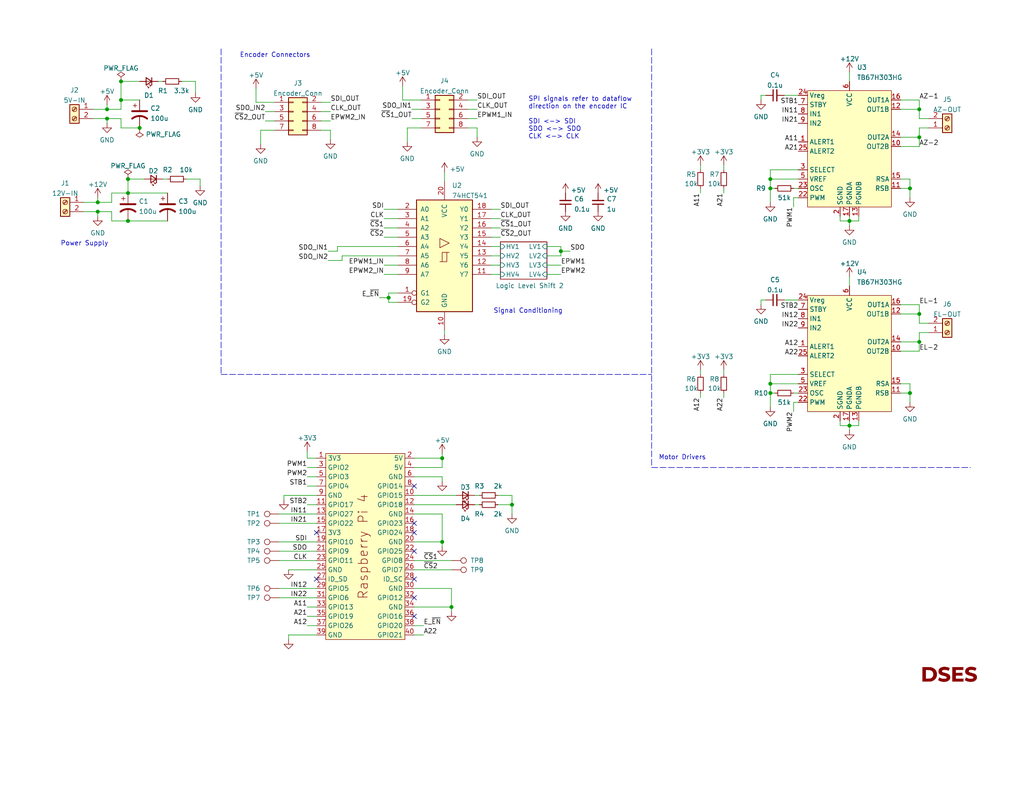
<source format=kicad_sch>
(kicad_sch (version 20211123) (generator eeschema)
  (paper "USLetter")
  (title_block (title "Interferometer Dish Controller") (date "2022-01-16") (rev "1") (company "Deep Space Exploration Society") (comment 1 "Designed by Hans Gaensbauer"))
  (lib_symbols
    (symbol "74xx:74HCT541" (pin_names (offset 1.016))
      (property "Reference" "U" (at -7.62 16.51 0))
      (property "Value" "74HCT541" (at -7.62 -16.51 0))
      (symbol "74HCT541_1_0"
        (pin input inverted (at -12.7 -10.16 0) (length 5.08) (name "G1") (number "1"))
        (pin power_in line (at 0 -20.32 90) (length 5.08) (name "GND") (number "10"))
        (pin tri_state line (at 12.7 -5.08 180) (length 5.08) (name "Y7") (number "11"))
        (pin tri_state line (at 12.7 -2.54 180) (length 5.08) (name "Y6") (number "12"))
        (pin tri_state line (at 12.7 0 180) (length 5.08) (name "Y5") (number "13"))
        (pin tri_state line (at 12.7 2.54 180) (length 5.08) (name "Y4") (number "14"))
        (pin tri_state line (at 12.7 5.08 180) (length 5.08) (name "Y3") (number "15"))
        (pin tri_state line (at 12.7 7.62 180) (length 5.08) (name "Y2") (number "16"))
        (pin tri_state line (at 12.7 10.16 180) (length 5.08) (name "Y1") (number "17"))
        (pin tri_state line (at 12.7 12.7 180) (length 5.08) (name "Y0") (number "18"))
        (pin input inverted (at -12.7 -12.7 0) (length 5.08) (name "G2") (number "19"))
        (pin input line (at -12.7 12.7 0) (length 5.08) (name "A0") (number "2"))
        (pin power_in line (at 0 20.32 270) (length 5.08) (name "VCC") (number "20"))
        (pin input line (at -12.7 10.16 0) (length 5.08) (name "A1") (number "3"))
        (pin input line (at -12.7 7.62 0) (length 5.08) (name "A2") (number "4"))
        (pin input line (at -12.7 5.08 0) (length 5.08) (name "A3") (number "5"))
        (pin input line (at -12.7 2.54 0) (length 5.08) (name "A4") (number "6"))
        (pin input line (at -12.7 0 0) (length 5.08) (name "A5") (number "7"))
        (pin input line (at -12.7 -2.54 0) (length 5.08) (name "A6") (number "8"))
        (pin input line (at -12.7 -5.08 0) (length 5.08) (name "A7") (number "9"))
      )
    )
    (symbol "Connector:Screw_Terminal_01x02" (pin_names (offset 1.016) hide)
      (property "Reference" "J" (at 0 2.54 0))
      (property "Value" "Screw_Terminal_01x02" (at 0 -5.08 0))
      (symbol "Screw_Terminal_01x02_1_1"
        (pin passive line (at -5.08 0 0) (length 3.81) (name "Pin_1") (number "1"))
        (pin passive line (at -5.08 -2.54 0) (length 3.81) (name "Pin_2") (number "2"))
      )
    )
    (symbol "Connector:TestPoint" (pin_numbers hide) (pin_names (offset 0.762) hide)
      (property "Reference" "TP" (at 0 6.858 0))
      (property "Value" "TestPoint" (at 0 5.08 0))
      (symbol "TestPoint_1_1"
        (pin passive line (at 0 0 90) (length 2.54) (name "1") (number "1"))
      )
    )
    (symbol "Connector_Generic:Conn_02x04_Odd_Even" (pin_names (offset 1.016) hide)
      (property "Reference" "J" (at 1.27 5.08 0))
      (property "Value" "Conn_02x04_Odd_Even" (at 1.27 -7.62 0))
      (symbol "Conn_02x04_Odd_Even_1_1"
        (pin passive line (at -5.08 2.54 0) (length 3.81) (name "Pin_1") (number "1"))
        (pin passive line (at 7.62 2.54 180) (length 3.81) (name "Pin_2") (number "2"))
        (pin passive line (at -5.08 0 0) (length 3.81) (name "Pin_3") (number "3"))
        (pin passive line (at 7.62 0 180) (length 3.81) (name "Pin_4") (number "4"))
        (pin passive line (at -5.08 -2.54 0) (length 3.81) (name "Pin_5") (number "5"))
        (pin passive line (at 7.62 -2.54 180) (length 3.81) (name "Pin_6") (number "6"))
        (pin passive line (at -5.08 -5.08 0) (length 3.81) (name "Pin_7") (number "7"))
        (pin passive line (at 7.62 -5.08 180) (length 3.81) (name "Pin_8") (number "8"))
      )
    )
    (symbol "Device:C_Polarized_US" (pin_numbers hide) (pin_names (offset 0.254) hide)
      (property "Reference" "C" (at 0.635 2.54 0))
      (property "Value" "C_Polarized_US" (at 0.635 -2.54 0))
      (symbol "C_Polarized_US_1_1"
        (pin passive line (at 0 3.81 270) (length 2.794) (name "~") (number "1"))
        (pin passive line (at 0 -3.81 90) (length 3.302) (name "~") (number "2"))
      )
    )
    (symbol "Device:C_Small" (pin_numbers hide) (pin_names (offset 0.254) hide)
      (property "Reference" "C" (at 0.254 1.778 0))
      (property "Value" "C_Small" (at 0.254 -2.032 0))
      (symbol "C_Small_1_1"
        (pin passive line (at 0 2.54 270) (length 2.032) (name "~") (number "1"))
        (pin passive line (at 0 -2.54 90) (length 2.032) (name "~") (number "2"))
      )
    )
    (symbol "Device:LED_Small" (pin_numbers hide) (pin_names (offset 0.254) hide)
      (property "Reference" "D" (at -1.27 3.175 0))
      (property "Value" "LED_Small" (at -4.445 -2.54 0))
      (symbol "LED_Small_1_1"
        (pin passive line (at -2.54 0 0) (length 1.778) (name "K") (number "1"))
        (pin passive line (at 2.54 0 180) (length 1.778) (name "A") (number "2"))
      )
    )
    (symbol "Device:R_Small" (pin_numbers hide) (pin_names (offset 0.254) hide)
      (property "Reference" "R" (at 0.762 0.508 0))
      (property "Value" "R_Small" (at 0.762 -1.016 0))
      (symbol "R_Small_1_1"
        (pin passive line (at 0 2.54 270) (length 0.762) (name "~") (number "1"))
        (pin passive line (at 0 -2.54 90) (length 0.762) (name "~") (number "2"))
      )
    )
    (symbol "interferometer:DSES-Logo" (pin_names (offset 1.016)))
    (symbol "interferometer:TB67H303HG"
      (property "Reference" "U" (at 11.43 -16.51 0))
      (property "Value" "TB67H303HG" (at 11.43 -16.51 0))
      (symbol "TB67H303HG_1_1"
        (pin open_collector line (at -13.97 2.54 0) (length 2.54) (name "ALERT1") (number "1"))
        (pin passive line (at 13.97 1.27 180) (length 2.54) (name "OUT2B") (number "10"))
        (pin input line (at 13.97 -10.16 180) (length 2.54) (name "RSB") (number "11"))
        (pin passive line (at 13.97 11.43 180) (length 2.54) (name "OUT1B") (number "12"))
        (pin power_in line (at 2.54 -17.78 90) (length 2.54) (name "PGNDB") (number "13"))
        (pin output line (at 13.97 3.81 180) (length 2.54) (name "OUT2A") (number "14"))
        (pin input line (at 13.97 -7.62 180) (length 2.54) (name "RSA") (number "15"))
        (pin output line (at 13.97 13.97 180) (length 2.54) (name "OUT1A") (number "16"))
        (pin power_in line (at 0 -17.78 90) (length 2.54) (name "PGNDA") (number "17"))
        (pin passive line (at -2.54 -17.78 180) (length 0) hide (name "TEST2") (number "18"))
        (pin passive line (at -2.54 -17.78 180) (length 0) hide (name "TEST3") (number "19"))
        (pin power_in line (at -2.54 -17.78 90) (length 2.54) (name "SGND") (number "2"))
        (pin power_in line (at 0 19.05 0) (length 0) hide (name "VCC") (number "20"))
        (pin passive line (at -2.54 -17.78 180) (length 0) hide (name "TEST4") (number "21"))
        (pin input line (at -13.97 -12.7 0) (length 2.54) (name "PWM") (number "22"))
        (pin input line (at -13.97 -10.16 0) (length 2.54) (name "OSC") (number "23"))
        (pin power_out line (at -13.97 15.24 0) (length 2.54) (name "Vreg") (number "24"))
        (pin open_collector line (at -13.97 0 0) (length 2.54) (name "ALERT2") (number "25"))
        (pin input line (at -13.97 -5.08 0) (length 2.54) (name "SELECT") (number "3"))
        (pin passive line (at -2.54 -17.78 180) (length 0) hide (name "TEST1") (number "4"))
        (pin input line (at -13.97 -7.62 0) (length 2.54) (name "VREF") (number "5"))
        (pin power_in line (at 0 19.05 270) (length 2.54) (name "VCC") (number "6"))
        (pin input line (at -13.97 12.7 0) (length 2.54) (name "STBY") (number "7"))
        (pin input line (at -13.97 10.16 0) (length 2.54) (name "IN1") (number "8"))
        (pin input line (at -13.97 7.62 0) (length 2.54) (name "IN2") (number "9"))
      )
    )
    (symbol "interferometer:raspberry_pi_4"
      (property "Reference" "U" (at 0 0 0))
      (symbol "raspberry_pi_4_0_0"
        (text "Raspberry Pi 4" (at 2.54 -25.4 900) (effects (font (size 2.54 2.54))))
      )
      (symbol "raspberry_pi_4_1_1"
        (pin power_out line (at -10.16 -1.27 0) (length 2.54) (name "3V3") (number "1"))
        (pin bidirectional line (at 16.51 -11.43 180) (length 2.54) (name "GPIO15") (number "10"))
        (pin bidirectional line (at -10.16 -13.97 0) (length 2.54) (name "GPIO17") (number "11"))
        (pin bidirectional line (at 16.51 -13.97 180) (length 2.54) (name "GPIO18") (number "12"))
        (pin bidirectional line (at -10.16 -16.51 0) (length 2.54) (name "GPIO27") (number "13"))
        (pin power_in line (at 16.51 -16.51 180) (length 2.54) (name "GND") (number "14"))
        (pin bidirectional line (at -10.16 -19.05 0) (length 2.54) (name "GPIO22") (number "15"))
        (pin bidirectional line (at 16.51 -19.05 180) (length 2.54) (name "GPIO23") (number "16"))
        (pin power_out line (at -10.16 -21.59 0) (length 2.54) (name "3V3") (number "17"))
        (pin bidirectional line (at 16.51 -21.59 180) (length 2.54) (name "GPIO24") (number "18"))
        (pin bidirectional line (at -10.16 -24.13 0) (length 2.54) (name "GPIO10") (number "19"))
        (pin power_in line (at 16.51 -1.27 180) (length 2.54) (name "5V") (number "2"))
        (pin power_in line (at 16.51 -24.13 180) (length 2.54) (name "GND") (number "20"))
        (pin bidirectional line (at -10.16 -26.67 0) (length 2.54) (name "GPIO9") (number "21"))
        (pin bidirectional line (at 16.51 -26.67 180) (length 2.54) (name "GPIO25") (number "22"))
        (pin bidirectional line (at -10.16 -29.21 0) (length 2.54) (name "GPIO11") (number "23"))
        (pin bidirectional line (at 16.51 -29.21 180) (length 2.54) (name "GPIO8") (number "24"))
        (pin power_in line (at -10.16 -31.75 0) (length 2.54) (name "GND") (number "25"))
        (pin bidirectional line (at 16.51 -31.75 180) (length 2.54) (name "GPIO7") (number "26"))
        (pin bidirectional line (at -10.16 -34.29 0) (length 2.54) (name "ID_SD") (number "27"))
        (pin bidirectional line (at 16.51 -34.29 180) (length 2.54) (name "ID_SC") (number "28"))
        (pin bidirectional line (at -10.16 -36.83 0) (length 2.54) (name "GPIO5") (number "29"))
        (pin bidirectional line (at -10.16 -3.81 0) (length 2.54) (name "GPIO2") (number "3"))
        (pin power_in line (at 16.51 -36.83 180) (length 2.54) (name "GND") (number "30"))
        (pin bidirectional line (at -10.16 -39.37 0) (length 2.54) (name "GPIO6") (number "31"))
        (pin bidirectional line (at 16.51 -39.37 180) (length 2.54) (name "GPIO12") (number "32"))
        (pin bidirectional line (at -10.16 -41.91 0) (length 2.54) (name "GPIO13") (number "33"))
        (pin power_in line (at 16.51 -41.91 180) (length 2.54) (name "GND") (number "34"))
        (pin bidirectional line (at -10.16 -44.45 0) (length 2.54) (name "GPIO19") (number "35"))
        (pin bidirectional line (at 16.51 -44.45 180) (length 2.54) (name "GPIO16") (number "36"))
        (pin bidirectional line (at -10.16 -46.99 0) (length 2.54) (name "GPIO26") (number "37"))
        (pin bidirectional line (at 16.51 -46.99 180) (length 2.54) (name "GPIO20") (number "38"))
        (pin power_in line (at -10.16 -49.53 0) (length 2.54) (name "GND") (number "39"))
        (pin power_in line (at 16.51 -3.81 180) (length 2.54) (name "5V") (number "4"))
        (pin bidirectional line (at 16.51 -49.53 180) (length 2.54) (name "GPIO21") (number "40"))
        (pin bidirectional line (at -10.16 -6.35 0) (length 2.54) (name "GPIO3") (number "5"))
        (pin power_in line (at 16.51 -6.35 180) (length 2.54) (name "GND") (number "6"))
        (pin bidirectional line (at -10.16 -8.89 0) (length 2.54) (name "GPIO4") (number "7"))
        (pin bidirectional line (at 16.51 -8.89 180) (length 2.54) (name "GPIO14") (number "8"))
        (pin power_in line (at -10.16 -11.43 0) (length 2.54) (name "GND") (number "9"))
      )
    )
    (symbol "power:+12V" (power) (pin_names (offset 0))
      (property "Value" "+12V" (at 0 3.556 0))
      (symbol "+12V_1_1"
        (pin power_in line (at 0 0 90) (length 0) hide (name "+12V") (number "1"))
      )
    )
    (symbol "power:+3.3V" (power) (pin_names (offset 0))
      (property "Value" "+3.3V" (at 0 3.556 0))
      (symbol "+3.3V_1_1"
        (pin power_in line (at 0 0 90) (length 0) hide (name "+3V3") (number "1"))
      )
    )
    (symbol "power:+5V" (power) (pin_names (offset 0))
      (property "Value" "+5V" (at 0 3.556 0))
      (symbol "+5V_1_1"
        (pin power_in line (at 0 0 90) (length 0) hide (name "+5V") (number "1"))
      )
    )
    (symbol "power:GND" (power) (pin_names (offset 0))
      (property "Value" "GND" (at 0 -3.81 0))
      (symbol "GND_1_1"
        (pin power_in line (at 0 0 270) (length 0) hide (name "GND") (number "1"))
      )
    )
    (symbol "power:PWR_FLAG" (power) (pin_numbers hide) (pin_names (offset 0) hide)
      (property "Value" "PWR_FLAG" (at 0 3.81 0))
      (symbol "PWR_FLAG_0_0"
        (pin power_out line (at 0 0 90) (length 0) (name "pwr") (number "1"))
      )
    )
  )
  (junction (at 120.65 147.955))
  (junction (at 26.67 57.785))
  (junction (at 29.21 32.385))
  (junction (at 106.045 81.28))
  (junction (at 33.02 22.225))
  (junction (at 123.19 165.735))
  (junction (at 139.7 137.795))
  (junction (at 248.285 51.435))
  (junction (at 250.825 29.845))
  (junction (at 120.65 125.095))
  (junction (at 26.67 55.245))
  (junction (at 210.185 51.435))
  (junction (at 210.185 104.775))
  (junction (at 34.925 60.325))
  (junction (at 29.21 29.845))
  (junction (at 34.925 52.705))
  (junction (at 248.285 107.315))
  (junction (at 33.02 27.305))
  (junction (at 250.825 85.725))
  (junction (at 34.925 48.895))
  (junction (at 250.825 37.465))
  (junction (at 231.775 116.205))
  (junction (at 153.035 68.58))
  (junction (at 38.1 34.925))
  (junction (at 210.185 48.895))
  (junction (at 210.185 107.315))
  (junction (at 231.775 60.325))
  (junction (at 250.825 93.345))
  (no_connect (at 113.03 150.495))
  (no_connect (at 113.03 158.115))
  (no_connect (at 113.03 132.715))
  (no_connect (at 113.03 145.415))
  (no_connect (at 113.03 142.875))
  (no_connect (at 113.03 168.275))
  (no_connect (at 113.03 163.195))
  (no_connect (at 86.36 158.115))
  (no_connect (at 86.36 145.415))
  (polyline (pts (xy 177.8 127.635) (xy 264.795 127.635)))
  (wire (pts (xy 250.825 27.305) (xy 250.825 29.845)))
  (wire (pts (xy 113.03 173.355) (xy 115.57 173.355)))
  (wire (pts (xy 245.745 107.315) (xy 248.285 107.315)))
  (wire (pts (xy 245.745 27.305) (xy 250.825 27.305)))
  (wire (pts (xy 76.2 153.035) (xy 86.36 153.035)))
  (wire (pts (xy 234.315 60.325) (xy 234.315 59.055)))
  (wire (pts (xy 106.045 81.28) (xy 106.045 82.55)))
  (wire (pts (xy 53.34 22.225) (xy 53.34 25.4)))
  (wire (pts (xy 33.02 32.385) (xy 29.21 32.385)))
  (wire (pts (xy 26.67 57.785) (xy 26.67 59.055)))
  (wire (pts (xy 153.035 67.31) (xy 153.035 68.58)))
  (wire (pts (xy 25.4 32.385) (xy 29.21 32.385)))
  (wire (pts (xy 22.86 55.245) (xy 26.67 55.245)))
  (wire (pts (xy 49.53 22.225) (xy 53.34 22.225)))
  (wire (pts (xy 217.805 104.775) (xy 210.185 104.775)))
  (wire (pts (xy 25.4 29.845) (xy 29.21 29.845)))
  (wire (pts (xy 229.235 116.205) (xy 229.235 114.935)))
  (wire (pts (xy 108.585 80.01) (xy 106.045 80.01)))
  (wire (pts (xy 216.535 109.855) (xy 216.535 112.395)))
  (wire (pts (xy 250.825 34.925) (xy 250.825 37.465)))
  (wire (pts (xy 216.535 109.855) (xy 217.805 109.855)))
  (wire (pts (xy 191.135 45.085) (xy 191.135 46.355)))
  (wire (pts (xy 253.365 34.925) (xy 250.825 34.925)))
  (wire (pts (xy 26.67 55.245) (xy 30.48 55.245)))
  (wire (pts (xy 216.535 53.975) (xy 217.805 53.975)))
  (wire (pts (xy 121.285 46.99) (xy 121.285 49.53)))
  (wire (pts (xy 207.645 26.035) (xy 208.915 26.035)))
  (wire (pts (xy 250.825 83.185) (xy 250.825 85.725)))
  (wire (pts (xy 210.185 48.895) (xy 210.185 51.435)))
  (wire (pts (xy 231.775 117.475) (xy 231.775 116.205)))
  (wire (pts (xy 250.825 95.885) (xy 245.745 95.885)))
  (wire (pts (xy 104.775 57.15) (xy 108.585 57.15)))
  (wire (pts (xy 77.47 136.525) (xy 77.47 135.255)))
  (wire (pts (xy 245.745 51.435) (xy 248.285 51.435)))
  (wire (pts (xy 33.02 34.925) (xy 33.02 32.385)))
  (wire (pts (xy 93.345 69.85) (xy 108.585 69.85)))
  (wire (pts (xy 250.825 37.465) (xy 250.825 40.005)))
  (wire (pts (xy 217.805 48.895) (xy 210.185 48.895)))
  (wire (pts (xy 191.135 107.315) (xy 191.135 108.585)))
  (wire (pts (xy 253.365 90.805) (xy 250.825 90.805)))
  (wire (pts (xy 33.02 27.305) (xy 38.1 27.305)))
  (wire (pts (xy 207.645 81.915) (xy 208.915 81.915)))
  (wire (pts (xy 133.985 69.85) (xy 136.525 69.85)))
  (wire (pts (xy 250.825 29.845) (xy 250.825 32.385)))
  (wire (pts (xy 83.82 123.19) (xy 83.82 125.095)))
  (wire (pts (xy 231.775 59.055) (xy 231.775 60.325)))
  (wire (pts (xy 191.135 51.435) (xy 191.135 52.705)))
  (wire (pts (xy 76.2 160.655) (xy 86.36 160.655)))
  (wire (pts (xy 113.03 170.815) (xy 115.57 170.815)))
  (wire (pts (xy 106.045 80.01) (xy 106.045 81.28)))
  (wire (pts (xy 127.635 27.305) (xy 130.175 27.305)))
  (wire (pts (xy 104.775 64.77) (xy 108.585 64.77)))
  (wire (pts (xy 135.89 135.255) (xy 139.7 135.255)))
  (wire (pts (xy 22.86 57.785) (xy 26.67 57.785)))
  (wire (pts (xy 26.67 55.245) (xy 26.67 53.975)))
  (wire (pts (xy 26.67 57.785) (xy 30.48 57.785)))
  (wire (pts (xy 30.48 52.705) (xy 34.925 52.705)))
  (wire (pts (xy 109.855 23.495) (xy 109.855 27.305)))
  (wire (pts (xy 231.775 19.685) (xy 231.775 22.225)))
  (wire (pts (xy 248.285 51.435) (xy 248.285 48.895)))
  (wire (pts (xy 78.74 173.355) (xy 86.36 173.355)))
  (wire (pts (xy 210.185 51.435) (xy 211.455 51.435)))
  (wire (pts (xy 229.235 60.325) (xy 229.235 59.055)))
  (wire (pts (xy 78.74 174.625) (xy 78.74 173.355)))
  (wire (pts (xy 34.925 60.325) (xy 45.72 60.325)))
  (polyline (pts (xy 177.8 13.335) (xy 177.8 127.635)))
  (wire (pts (xy 50.8 48.895) (xy 54.61 48.895)))
  (wire (pts (xy 210.185 107.315) (xy 211.455 107.315)))
  (wire (pts (xy 245.745 83.185) (xy 250.825 83.185)))
  (wire (pts (xy 111.125 34.925) (xy 114.935 34.925)))
  (wire (pts (xy 207.645 83.185) (xy 207.645 81.915)))
  (wire (pts (xy 197.485 51.435) (xy 197.485 52.705)))
  (wire (pts (xy 133.985 57.15) (xy 136.525 57.15)))
  (wire (pts (xy 127.635 32.385) (xy 130.175 32.385)))
  (wire (pts (xy 250.825 85.725) (xy 250.825 88.265)))
  (wire (pts (xy 127.635 34.925) (xy 130.175 34.925)))
  (wire (pts (xy 112.395 32.385) (xy 114.935 32.385)))
  (wire (pts (xy 113.03 125.095) (xy 120.65 125.095)))
  (wire (pts (xy 87.63 27.94) (xy 90.17 27.94)))
  (wire (pts (xy 231.775 114.935) (xy 231.775 116.205)))
  (wire (pts (xy 83.82 137.795) (xy 86.36 137.795)))
  (wire (pts (xy 34.925 52.705) (xy 45.72 52.705)))
  (wire (pts (xy 216.535 51.435) (xy 217.805 51.435)))
  (wire (pts (xy 72.39 33.02) (xy 74.93 33.02)))
  (wire (pts (xy 250.825 93.345) (xy 250.825 95.885)))
  (wire (pts (xy 113.03 130.175) (xy 120.65 130.175)))
  (wire (pts (xy 33.02 29.845) (xy 33.02 27.305)))
  (wire (pts (xy 30.48 52.705) (xy 30.48 55.245)))
  (wire (pts (xy 103.505 81.28) (xy 106.045 81.28)))
  (wire (pts (xy 30.48 57.785) (xy 30.48 60.325)))
  (wire (pts (xy 38.1 22.225) (xy 33.02 22.225)))
  (wire (pts (xy 216.535 53.975) (xy 216.535 56.515)))
  (wire (pts (xy 29.21 29.845) (xy 29.21 28.575)))
  (wire (pts (xy 210.185 51.435) (xy 210.185 55.245)))
  (wire (pts (xy 216.535 107.315) (xy 217.805 107.315)))
  (wire (pts (xy 71.12 35.56) (xy 74.93 35.56)))
  (wire (pts (xy 104.775 59.69) (xy 108.585 59.69)))
  (wire (pts (xy 72.39 30.48) (xy 74.93 30.48)))
  (wire (pts (xy 231.775 75.565) (xy 231.775 78.105)))
  (wire (pts (xy 197.485 100.965) (xy 197.485 102.235)))
  (wire (pts (xy 69.85 24.13) (xy 69.85 27.94)))
  (wire (pts (xy 248.285 53.975) (xy 248.285 51.435)))
  (wire (pts (xy 93.345 69.85) (xy 93.345 71.12)))
  (wire (pts (xy 120.65 127.635) (xy 113.03 127.635)))
  (wire (pts (xy 87.63 35.56) (xy 90.17 35.56)))
  (wire (pts (xy 123.19 160.655) (xy 123.19 165.735)))
  (wire (pts (xy 112.395 29.845) (xy 114.935 29.845)))
  (wire (pts (xy 153.035 68.58) (xy 153.035 69.85)))
  (wire (pts (xy 197.485 107.315) (xy 197.485 108.585)))
  (wire (pts (xy 120.65 140.335) (xy 120.65 147.955)))
  (wire (pts (xy 113.03 153.035) (xy 123.19 153.035)))
  (wire (pts (xy 191.135 100.965) (xy 191.135 102.235)))
  (wire (pts (xy 109.855 27.305) (xy 114.935 27.305)))
  (wire (pts (xy 248.285 48.895) (xy 245.745 48.895)))
  (wire (pts (xy 231.775 60.325) (xy 229.235 60.325)))
  (wire (pts (xy 139.7 135.255) (xy 139.7 137.795)))
  (wire (pts (xy 106.045 82.55) (xy 108.585 82.55)))
  (wire (pts (xy 113.03 135.255) (xy 124.46 135.255)))
  (wire (pts (xy 83.82 127.635) (xy 86.36 127.635)))
  (wire (pts (xy 245.745 85.725) (xy 250.825 85.725)))
  (wire (pts (xy 149.225 67.31) (xy 153.035 67.31)))
  (wire (pts (xy 250.825 32.385) (xy 253.365 32.385)))
  (wire (pts (xy 92.075 67.31) (xy 108.585 67.31)))
  (wire (pts (xy 149.225 74.93) (xy 153.035 74.93)))
  (wire (pts (xy 210.185 104.775) (xy 210.185 107.315)))
  (wire (pts (xy 69.85 27.94) (xy 74.93 27.94)))
  (wire (pts (xy 104.775 62.23) (xy 108.585 62.23)))
  (wire (pts (xy 104.775 72.39) (xy 108.585 72.39)))
  (wire (pts (xy 113.03 137.795) (xy 124.46 137.795)))
  (wire (pts (xy 149.225 72.39) (xy 153.035 72.39)))
  (wire (pts (xy 133.985 72.39) (xy 136.525 72.39)))
  (wire (pts (xy 129.54 135.255) (xy 130.81 135.255)))
  (wire (pts (xy 210.185 107.315) (xy 210.185 111.125)))
  (wire (pts (xy 210.185 102.235) (xy 210.185 104.775)))
  (wire (pts (xy 129.54 137.795) (xy 130.81 137.795)))
  (wire (pts (xy 76.2 147.955) (xy 86.36 147.955)))
  (wire (pts (xy 71.12 39.37) (xy 71.12 35.56)))
  (wire (pts (xy 250.825 40.005) (xy 245.745 40.005)))
  (wire (pts (xy 104.775 74.93) (xy 108.585 74.93)))
  (wire (pts (xy 245.745 29.845) (xy 250.825 29.845)))
  (wire (pts (xy 83.82 168.275) (xy 86.36 168.275)))
  (wire (pts (xy 83.82 165.735) (xy 86.36 165.735)))
  (wire (pts (xy 83.82 132.715) (xy 86.36 132.715)))
  (wire (pts (xy 231.775 61.595) (xy 231.775 60.325)))
  (wire (pts (xy 245.745 93.345) (xy 250.825 93.345)))
  (wire (pts (xy 120.65 123.825) (xy 120.65 125.095)))
  (wire (pts (xy 77.47 135.255) (xy 86.36 135.255)))
  (wire (pts (xy 197.485 45.085) (xy 197.485 46.355)))
  (wire (pts (xy 30.48 60.325) (xy 34.925 60.325)))
  (wire (pts (xy 133.985 62.23) (xy 136.525 62.23)))
  (wire (pts (xy 133.985 74.93) (xy 136.525 74.93)))
  (wire (pts (xy 130.175 34.925) (xy 130.175 37.465)))
  (wire (pts (xy 34.925 48.895) (xy 34.925 52.705)))
  (wire (pts (xy 248.285 109.855) (xy 248.285 107.315)))
  (wire (pts (xy 87.63 30.48) (xy 90.17 30.48)))
  (wire (pts (xy 213.995 26.035) (xy 217.805 26.035)))
  (wire (pts (xy 133.985 67.31) (xy 136.525 67.31)))
  (wire (pts (xy 149.225 69.85) (xy 153.035 69.85)))
  (wire (pts (xy 90.17 35.56) (xy 90.17 38.1)))
  (wire (pts (xy 248.285 104.775) (xy 245.745 104.775)))
  (wire (pts (xy 217.805 46.355) (xy 210.185 46.355)))
  (wire (pts (xy 89.535 71.12) (xy 93.345 71.12)))
  (wire (pts (xy 210.185 46.355) (xy 210.185 48.895)))
  (wire (pts (xy 231.775 60.325) (xy 234.315 60.325)))
  (wire (pts (xy 38.1 34.925) (xy 33.02 34.925)))
  (wire (pts (xy 120.65 130.175) (xy 120.65 131.445)))
  (wire (pts (xy 29.21 32.385) (xy 29.21 33.655)))
  (wire (pts (xy 248.285 107.315) (xy 248.285 104.775)))
  (wire (pts (xy 113.03 160.655) (xy 123.19 160.655)))
  (wire (pts (xy 127.635 29.845) (xy 130.175 29.845)))
  (wire (pts (xy 133.985 64.77) (xy 136.525 64.77)))
  (wire (pts (xy 113.03 147.955) (xy 120.65 147.955)))
  (polyline (pts (xy 60.325 13.335) (xy 60.325 102.235)))
  (wire (pts (xy 54.61 48.895) (xy 54.61 50.8)))
  (wire (pts (xy 78.74 155.575) (xy 86.36 155.575)))
  (wire (pts (xy 133.985 59.69) (xy 136.525 59.69)))
  (wire (pts (xy 250.825 88.265) (xy 253.365 88.265)))
  (wire (pts (xy 250.825 90.805) (xy 250.825 93.345)))
  (wire (pts (xy 113.03 155.575) (xy 123.19 155.575)))
  (wire (pts (xy 83.82 130.175) (xy 86.36 130.175)))
  (wire (pts (xy 231.775 116.205) (xy 234.315 116.205)))
  (wire (pts (xy 83.82 170.815) (xy 86.36 170.815)))
  (wire (pts (xy 245.745 37.465) (xy 250.825 37.465)))
  (wire (pts (xy 217.805 102.235) (xy 210.185 102.235)))
  (wire (pts (xy 92.075 68.58) (xy 92.075 67.31)))
  (wire (pts (xy 83.82 125.095) (xy 86.36 125.095)))
  (wire (pts (xy 120.65 149.225) (xy 120.65 147.955)))
  (wire (pts (xy 153.035 68.58) (xy 155.575 68.58)))
  (wire (pts (xy 29.21 29.845) (xy 33.02 29.845)))
  (wire (pts (xy 207.645 27.305) (xy 207.645 26.035)))
  (wire (pts (xy 234.315 116.205) (xy 234.315 114.935)))
  (wire (pts (xy 123.19 167.005) (xy 123.19 165.735)))
  (wire (pts (xy 44.45 48.895) (xy 45.72 48.895)))
  (wire (pts (xy 135.89 137.795) (xy 139.7 137.795)))
  (wire (pts (xy 113.03 140.335) (xy 120.65 140.335)))
  (wire (pts (xy 39.37 48.895) (xy 34.925 48.895)))
  (wire (pts (xy 33.02 22.225) (xy 33.02 27.305)))
  (wire (pts (xy 76.2 150.495) (xy 86.36 150.495)))
  (wire (pts (xy 120.65 125.095) (xy 120.65 127.635)))
  (wire (pts (xy 111.125 38.735) (xy 111.125 34.925)))
  (wire (pts (xy 43.18 22.225) (xy 44.45 22.225)))
  (wire (pts (xy 76.2 142.875) (xy 86.36 142.875)))
  (wire (pts (xy 113.03 165.735) (xy 123.19 165.735)))
  (wire (pts (xy 76.2 163.195) (xy 86.36 163.195)))
  (wire (pts (xy 139.7 137.795) (xy 139.7 140.335)))
  (wire (pts (xy 231.775 116.205) (xy 229.235 116.205)))
  (polyline (pts (xy 60.325 102.235) (xy 177.8 102.235)))
  (wire (pts (xy 87.63 33.02) (xy 90.17 33.02)))
  (wire (pts (xy 213.995 81.915) (xy 217.805 81.915)))
  (wire (pts (xy 121.285 90.17) (xy 121.285 91.44)))
  (wire (pts (xy 76.2 140.335) (xy 86.36 140.335)))
  (wire (pts (xy 89.535 68.58) (xy 92.075 68.58)))
  (text "Encoder Connectors" (at 65.405 15.875 0) (effects (font (size 1.27 1.27)) (justify left bottom)))
  (text "Signal Conditioning" (at 134.62 85.725 0) (effects (font (size 1.27 1.27)) (justify left bottom)))
  (text "Power Supply" (at 16.51 67.31 0) (effects (font (size 1.27 1.27)) (justify left bottom)))
  (text "Motor Drivers" (at 179.705 125.73 0) (effects (font (size 1.27 1.27)) (justify left bottom)))
  (text "SPI signals refer to dataflow\ndirection on the encoder IC\n\nSDI <-> SDI\nSDO <-> SDO\nCLK <-> CLK" (at 144.145 38.1 0) (effects (font (size 1.27 1.27)) (justify left bottom)))
  (label "EPWM1" (at 153.035 72.39 0))
  (label "A21" (at 197.485 52.705 270))
  (label "PWM1" (at 83.82 127.635 180))
  (label "STB2" (at 83.82 137.795 180))
  (label "~{CS}1" (at 104.775 62.23 180))
  (label "CLK_OUT" (at 136.525 59.69 0))
  (label "SDI" (at 83.82 147.955 180))
  (label "~{CS}1" (at 115.57 153.035 0))
  (label "E_~{EN}" (at 103.505 81.28 180))
  (label "A11" (at 191.135 52.705 270))
  (label "IN12" (at 217.805 86.995 180))
  (label "IN21" (at 217.805 33.655 180))
  (label "CLK_OUT" (at 90.17 30.48 0))
  (label "EPWM2_IN" (at 90.17 33.02 0))
  (label "PWM2" (at 83.82 130.175 180))
  (label "SDI_OUT" (at 130.175 27.305 0))
  (label "~{CS}2_OUT" (at 72.39 33.02 180))
  (label "AZ-2" (at 250.825 40.005 0))
  (label "CLK" (at 104.775 59.69 180))
  (label "~{CS}1_OUT" (at 136.525 62.23 0))
  (label "IN11" (at 217.805 31.115 180))
  (label "IN21" (at 83.82 142.875 180))
  (label "PWM1" (at 216.535 56.515 270))
  (label "E_~{EN}" (at 115.57 170.815 0))
  (label "IN12" (at 83.82 160.655 180))
  (label "A21" (at 217.805 41.275 180))
  (label "SDI_OUT" (at 90.17 27.94 0))
  (label "A22" (at 217.805 97.155 180))
  (label "IN11" (at 83.82 140.335 180))
  (label "AZ-1" (at 250.825 27.305 0))
  (label "SDO_IN1" (at 112.395 29.845 180))
  (label "~{CS}2" (at 115.57 155.575 0))
  (label "A22" (at 115.57 173.355 0))
  (label "STB2" (at 217.805 84.455 180))
  (label "EPWM1_IN" (at 104.775 72.39 180))
  (label "A22" (at 197.485 108.585 270))
  (label "A12" (at 191.135 108.585 270))
  (label "SDO" (at 155.575 68.58 0))
  (label "SDO_IN2" (at 72.39 30.48 180))
  (label "SDI" (at 104.775 57.15 180))
  (label "IN22" (at 83.82 163.195 180))
  (label "SDO" (at 83.82 150.495 180))
  (label "A21" (at 83.82 168.275 180))
  (label "EL-1" (at 250.825 83.185 0))
  (label "A11" (at 217.805 38.735 180))
  (label "A12" (at 83.82 170.815 180))
  (label "~{CS}1_OUT" (at 112.395 32.385 180))
  (label "EPWM1_IN" (at 130.175 32.385 0))
  (label "EL-2" (at 250.825 95.885 0))
  (label "EPWM2" (at 153.035 74.93 0))
  (label "~{CS}2" (at 104.775 64.77 180))
  (label "SDI_OUT" (at 136.525 57.15 0))
  (label "STB1" (at 217.805 28.575 180))
  (label "STB1" (at 83.82 132.715 180))
  (label "PWM2" (at 216.535 112.395 270))
  (label "~{CS}2_OUT" (at 136.525 64.77 0))
  (label "CLK" (at 83.82 153.035 180))
  (label "EPWM2_IN" (at 104.775 74.93 180))
  (label "SDO_IN2" (at 89.535 71.12 180))
  (label "IN22" (at 217.805 89.535 180))
  (label "CLK_OUT" (at 130.175 29.845 0))
  (label "A12" (at 217.805 94.615 180))
  (label "A11" (at 83.82 165.735 180))
  (label "SDO_IN1" (at 89.535 68.58 180))
  (symbol (lib_id "Device:R_Small") (at 213.995 51.435 90) (unit 1)
    (property "Reference" "R9" (at 207.645 51.435 90))
    (property "Value" "51k" (at 213.995 53.975 90))
    (property "Footprint" "Resistor_SMD:R_0603_1608Metric" (effects hide))
  )
  (symbol (lib_id "Device:R_Small") (at 48.26 48.895 90) (unit 1)
    (property "Reference" "R2" (at 45.72 46.355 90))
    (property "Value" "10k" (at 50.8 46.355 90))
    (property "Footprint" "Resistor_SMD:R_0603_1608Metric" (effects hide))
  )
  (symbol (lib_id "power:GND") (at 121.285 91.44 0) (unit 1)
    (property "Reference" "#PWR0119" (effects hide))
    (property "Value" "GND" (at 121.285 96.0025 0))
  )
  (symbol (lib_id "power:GND") (at 120.65 131.445 0) (mirror y) (unit 1)
    (property "Reference" "#PWR0115" (effects hide))
    (property "Value" "GND" (effects hide))
  )
  (symbol (lib_id "Connector:TestPoint") (at 76.2 140.335 90) (unit 1)
    (property "Reference" "TP1" (at 69.215 140.335 90))
    (property "Value" "TestPoint" (effects hide))
    (property "Footprint" "TestPoint:TestPoint_Bridge_Pitch2.54mm_Drill1.0mm" (effects hide))
  )
  (symbol (lib_id "power:PWR_FLAG") (at 33.02 22.225 0) (unit 1)
    (property "Reference" "#FLG0101" (effects hide))
    (property "Value" "PWR_FLAG" (at 33.02 18.6205 0))
  )
  (symbol (lib_id "Connector:Screw_Terminal_01x02") (at 258.445 90.805 0) (mirror x) (unit 1)
    (property "Reference" "J6" (at 258.445 83.0285 0))
    (property "Value" "EL-OUT" (at 258.445 85.8036 0))
    (property "Footprint" "TerminalBlock_Phoenix:TerminalBlock_Phoenix_MKDS-3-2-5.08_1x02_P5.08mm_Horizontal" (effects hide))
  )
  (symbol (lib_id "Device:LED_Small") (at 41.91 48.895 180) (unit 1)
    (property "Reference" "D2" (at 41.8465 46.6875 0))
    (property "Value" "LED_Small" (effects hide))
    (property "Footprint" "LED_SMD:LED_0805_2012Metric" (effects hide))
  )
  (symbol (lib_id "Connector:TestPoint") (at 76.2 147.955 90) (unit 1)
    (property "Reference" "TP3" (at 69.215 147.955 90))
    (property "Value" "TestPoint" (effects hide))
    (property "Footprint" "TestPoint:TestPoint_Bridge_Pitch2.54mm_Drill1.0mm" (effects hide))
  )
  (symbol (lib_id "power:GND") (at 130.175 37.465 0) (unit 1)
    (property "Reference" "#PWR0109" (effects hide))
    (property "Value" "GND" (at 130.175 42.0275 0))
  )
  (symbol (lib_id "Connector:Screw_Terminal_01x02") (at 17.78 55.245 0) (mirror y) (unit 1)
    (property "Reference" "J1" (at 17.78 50.0085 0))
    (property "Value" "12V-IN" (at 17.78 52.7836 0))
    (property "Footprint" "TerminalBlock_Phoenix:TerminalBlock_Phoenix_MKDS-3-2-5.08_1x02_P5.08mm_Horizontal" (effects hide))
  )
  (symbol (lib_id "Device:C_Polarized_US") (at 38.1 31.115 0) (unit 1)
    (property "Reference" "C2" (at 41.021 29.5715 0) (effects (justify left)))
    (property "Value" "100u" (at 41.021 32.3466 0) (effects (justify left)))
    (property "Footprint" "Capacitor_THT:CP_Radial_D8.0mm_P3.50mm" (effects hide))
  )
  (symbol (lib_id "Connector:TestPoint") (at 76.2 142.875 90) (unit 1)
    (property "Reference" "TP2" (at 69.215 142.875 90))
    (property "Value" "TestPoint" (effects hide))
    (property "Footprint" "TestPoint:TestPoint_Bridge_Pitch2.54mm_Drill1.0mm" (effects hide))
  )
  (symbol (lib_id "power:+12V") (at 231.775 19.685 0) (unit 1)
    (property "Reference" "#PWR0128" (effects hide))
    (property "Value" "+12V" (at 231.775 16.0805 0))
  )
  (symbol (lib_id "Connector_Generic:Conn_02x04_Odd_Even") (at 80.01 30.48 0) (unit 1)
    (property "Reference" "J3" (at 81.28 22.7035 0))
    (property "Value" "Encoder_Conn" (at 81.28 25.4786 0))
    (property "Footprint" "Connector_Molex:Molex_Micro-Fit_3.0_43045-0812_2x04_P3.00mm_Vertical" (effects hide))
  )
  (symbol (lib_id "power:+3.3V") (at 197.485 100.965 0) (unit 1)
    (property "Reference" "#PWR0133" (effects hide))
    (property "Value" "+3.3V" (at 197.485 97.3605 0))
  )
  (symbol (lib_id "Device:C_Polarized_US") (at 45.72 56.515 0) (unit 1)
    (property "Reference" "C3" (at 48.641 54.9715 0) (effects (justify left)))
    (property "Value" "100u" (at 48.641 57.7466 0) (effects (justify left)))
    (property "Footprint" "Capacitor_THT:CP_Radial_D8.0mm_P3.50mm" (effects hide))
  )
  (symbol (lib_id "power:GND") (at 123.19 167.005 0) (unit 1)
    (property "Reference" "#PWR0113" (effects hide))
    (property "Value" "GND" (effects hide))
  )
  (symbol (lib_id "power:GND") (at 78.74 155.575 0) (unit 1)
    (property "Reference" "#PWR0111" (effects hide))
    (property "Value" "GND" (effects hide))
  )
  (symbol (lib_id "Device:LED_Small") (at 127 135.255 180) (unit 1)
    (property "Reference" "D3" (at 126.9365 133.0475 0))
    (property "Value" "LED_Small" (effects hide))
    (property "Footprint" "LED_SMD:LED_0805_2012Metric" (effects hide))
  )
  (symbol (lib_id "Device:R_Small") (at 197.485 104.775 180) (unit 1)
    (property "Reference" "R8" (at 194.945 103.505 0))
    (property "Value" "10k" (at 194.945 106.045 0))
    (property "Footprint" "Resistor_SMD:R_0603_1608Metric" (effects hide))
  )
  (symbol (lib_id "Device:R_Small") (at 213.995 107.315 90) (unit 1)
    (property "Reference" "R10" (at 207.645 107.315 90))
    (property "Value" "51k" (at 213.995 109.855 90))
    (property "Footprint" "Resistor_SMD:R_0603_1608Metric" (effects hide))
  )
  (symbol (lib_id "power:GND") (at 71.12 39.37 0) (unit 1)
    (property "Reference" "#PWR0117" (effects hide))
    (property "Value" "GND" (at 71.12 43.9325 0))
  )
  (symbol (lib_id "Device:LED_Small") (at 40.64 22.225 180) (unit 1)
    (property "Reference" "D1" (at 40.64 26.035 0))
    (property "Value" "LED_Small" (effects hide))
    (property "Footprint" "LED_SMD:LED_0805_2012Metric" (effects hide))
  )
  (symbol (lib_id "power:GND") (at 111.125 38.735 0) (unit 1)
    (property "Reference" "#PWR0107" (effects hide))
    (property "Value" "GND" (at 111.125 43.2975 0))
  )
  (symbol (lib_id "Device:R_Small") (at 46.99 22.225 270) (unit 1)
    (property "Reference" "R1" (at 44.45 24.765 90))
    (property "Value" "3.3k" (at 49.53 24.765 90))
    (property "Footprint" "Resistor_SMD:R_0603_1608Metric" (effects hide))
  )
  (symbol (lib_id "power:PWR_FLAG") (at 34.925 48.895 0) (unit 1)
    (property "Reference" "#FLG0102" (effects hide))
    (property "Value" "PWR_FLAG" (at 34.925 45.2905 0))
  )
  (symbol (lib_id "power:GND") (at 78.74 174.625 0) (unit 1)
    (property "Reference" "#PWR0112" (effects hide))
    (property "Value" "GND" (effects hide))
  )
  (symbol (lib_id "Device:C_Small") (at 163.195 55.245 180) (unit 1)
    (property "Reference" "C7" (at 165.5191 54.3301 0) (effects (justify right)))
    (property "Value" "1u" (at 165.5191 57.1052 0) (effects (justify right)))
    (property "Footprint" "Capacitor_SMD:C_0805_2012Metric" (effects hide))
  )
  (symbol (lib_id "power:GND") (at 210.185 55.245 0) (unit 1)
    (property "Reference" "#PWR0125" (effects hide))
    (property "Value" "GND" (at 210.185 59.8075 0))
  )
  (symbol (lib_id "Connector:TestPoint") (at 76.2 160.655 90) (unit 1)
    (property "Reference" "TP6" (at 69.215 160.655 90))
    (property "Value" "TestPoint" (effects hide))
    (property "Footprint" "TestPoint:TestPoint_Bridge_Pitch2.54mm_Drill1.0mm" (effects hide))
  )
  (symbol (lib_id "Connector_Generic:Conn_02x04_Odd_Even") (at 120.015 29.845 0) (unit 1)
    (property "Reference" "J4" (at 121.285 22.0685 0))
    (property "Value" "Encoder_Conn" (at 121.285 24.8436 0))
    (property "Footprint" "Connector_Molex:Molex_Micro-Fit_3.0_43045-0812_2x04_P3.00mm_Vertical" (effects hide))
  )
  (symbol (lib_id "Connector:TestPoint") (at 123.19 153.035 270) (unit 1)
    (property "Reference" "TP8" (at 130.175 153.035 90))
    (property "Value" "TestPoint" (effects hide))
    (property "Footprint" "TestPoint:TestPoint_Bridge_Pitch2.54mm_Drill1.0mm" (effects hide))
  )
  (symbol (lib_id "power:+12V") (at 26.67 53.975 0) (unit 1)
    (property "Reference" "#PWR0122" (effects hide))
    (property "Value" "+12V" (at 26.67 50.3705 0))
  )
  (symbol (lib_id "power:GND") (at 120.65 149.225 0) (mirror y) (unit 1)
    (property "Reference" "#PWR0116" (effects hide))
    (property "Value" "GND" (effects hide))
  )
  (symbol (lib_id "power:PWR_FLAG") (at 38.1 34.925 180) (unit 1)
    (property "Reference" "#FLG0103" (effects hide))
    (property "Value" "PWR_FLAG" (at 39.751 36.674 0) (effects (justify right)))
  )
  (symbol (lib_id "power:+5V") (at 120.65 123.825 0) (unit 1)
    (property "Reference" "#PWR0120" (effects hide))
    (property "Value" "+5V" (at 120.65 120.2205 0))
  )
  (symbol (lib_id "Device:LED_Small") (at 127 137.795 180) (unit 1)
    (property "Reference" "D4" (at 127 141.605 0))
    (property "Value" "LED_Small" (effects hide))
    (property "Footprint" "LED_SMD:LED_0805_2012Metric" (effects hide))
  )
  (symbol (lib_id "power:+5V") (at 29.21 28.575 0) (unit 1)
    (property "Reference" "#PWR0101" (effects hide))
    (property "Value" "+5V" (at 29.21 24.9705 0))
  )
  (symbol (lib_id "power:GND") (at 231.775 61.595 0) (unit 1)
    (property "Reference" "#PWR0129" (effects hide))
    (property "Value" "GND" (at 231.775 66.1575 0))
  )
  (symbol (lib_id "power:+3.3V") (at 191.135 45.085 0) (unit 1)
    (property "Reference" "#PWR0124" (effects hide))
    (property "Value" "+3.3V" (at 191.135 41.4805 0))
  )
  (symbol (lib_id "Connector:TestPoint") (at 76.2 150.495 90) (unit 1)
    (property "Reference" "TP4" (at 69.215 150.495 90))
    (property "Value" "TestPoint" (effects hide))
    (property "Footprint" "TestPoint:TestPoint_Bridge_Pitch2.54mm_Drill1.0mm" (effects hide))
  )
  (symbol (lib_id "power:+3.3V") (at 197.485 45.085 0) (unit 1)
    (property "Reference" "#PWR0123" (effects hide))
    (property "Value" "+3.3V" (at 197.485 41.4805 0))
  )
  (symbol (lib_id "power:+5V") (at 69.85 24.13 0) (unit 1)
    (property "Reference" "#PWR0118" (effects hide))
    (property "Value" "+5V" (at 69.85 20.5255 0))
  )
  (symbol (lib_id "Connector:Screw_Terminal_01x02") (at 20.32 29.845 0) (mirror y) (unit 1)
    (property "Reference" "J2" (at 20.32 24.6085 0))
    (property "Value" "5V-IN" (at 20.32 27.3836 0))
    (property "Footprint" "TerminalBlock_Phoenix:TerminalBlock_Phoenix_MKDS-3-2-5.08_1x02_P5.08mm_Horizontal" (effects hide))
  )
  (symbol (lib_id "power:GND") (at 207.645 83.185 0) (unit 1)
    (property "Reference" "#PWR0136" (effects hide))
    (property "Value" "GND" (at 207.645 87.7475 0))
  )
  (symbol (lib_id "power:GND") (at 248.285 53.975 0) (unit 1)
    (property "Reference" "#PWR0131" (effects hide))
    (property "Value" "GND" (at 248.285 58.5375 0))
  )
  (symbol (lib_id "power:GND") (at 29.21 33.655 0) (unit 1)
    (property "Reference" "#PWR0102" (effects hide))
    (property "Value" "GND" (at 29.21 38.2175 0))
  )
  (symbol (lib_id "Connector:TestPoint") (at 76.2 153.035 90) (unit 1)
    (property "Reference" "TP5" (at 69.215 153.035 90))
    (property "Value" "TestPoint" (effects hide))
    (property "Footprint" "TestPoint:TestPoint_Bridge_Pitch2.54mm_Drill1.0mm" (effects hide))
  )
  (symbol (lib_id "Device:C_Small") (at 211.455 26.035 90) (unit 1)
    (property "Reference" "C4" (at 211.4613 20.5064 90))
    (property "Value" "0.1u" (at 211.4613 23.2815 90))
    (property "Footprint" "Capacitor_SMD:C_1206_3216Metric" (effects hide))
  )
  (symbol (lib_id "Connector:TestPoint") (at 76.2 163.195 90) (unit 1)
    (property "Reference" "TP7" (at 69.215 163.195 90))
    (property "Value" "TestPoint" (effects hide))
    (property "Footprint" "TestPoint:TestPoint_Bridge_Pitch2.54mm_Drill1.0mm" (effects hide))
  )
  (symbol (lib_id "power:GND") (at 231.775 117.475 0) (unit 1)
    (property "Reference" "#PWR0126" (effects hide))
    (property "Value" "GND" (at 231.775 122.0375 0))
  )
  (symbol (lib_id "Device:C_Polarized_US") (at 34.925 56.515 0) (unit 1)
    (property "Reference" "C1" (at 37.846 54.9715 0) (effects (justify left)))
    (property "Value" "100u" (at 37.846 57.7466 0) (effects (justify left)))
    (property "Footprint" "Capacitor_THT:CP_Radial_D8.0mm_P3.50mm" (effects hide))
  )
  (symbol (lib_id "Connector:Screw_Terminal_01x02") (at 258.445 34.925 0) (mirror x) (unit 1)
    (property "Reference" "J5" (at 258.445 27.1485 0))
    (property "Value" "AZ-OUT" (at 258.445 29.9236 0))
    (property "Footprint" "TerminalBlock_Phoenix:TerminalBlock_Phoenix_MKDS-3-2-5.08_1x02_P5.08mm_Horizontal" (effects hide))
  )
  (symbol (lib_id "power:GND") (at 210.185 111.125 0) (unit 1)
    (property "Reference" "#PWR0132" (effects hide))
    (property "Value" "GND" (at 210.185 115.6875 0))
  )
  (symbol (lib_id "power:GND") (at 139.7 140.335 0) (unit 1)
    (property "Reference" "#PWR0114" (effects hide))
    (property "Value" "GND" (at 139.7 144.8975 0))
  )
  (symbol (lib_id "power:GND") (at 54.61 50.8 0) (unit 1)
    (property "Reference" "#PWR0104" (effects hide))
    (property "Value" "GND" (at 54.61 55.3625 0))
  )
  (symbol (lib_id "power:GND") (at 248.285 109.855 0) (unit 1)
    (property "Reference" "#PWR0127" (effects hide))
    (property "Value" "GND" (at 248.285 114.4175 0))
  )
  (symbol (lib_id "interferometer:raspberry_pi_4") (at 96.52 123.825 0) (unit 1)
    (property "Reference" "U1" (effects hide))
    (property "Value" "raspberry_pi_4" (effects hide))
    (property "Footprint" "interferometer:raspberry_pi_4" (effects hide))
  )
  (symbol (lib_id "interferometer:TB67H303HG") (at 231.775 41.275 0) (unit 1)
    (property "Reference" "U3" (at 233.7944 18.3855 0) (effects (justify left)))
    (property "Value" "TB67H303HG" (at 233.7944 21.1606 0) (effects (justify left)))
    (property "Footprint" "interferometer:HZIP25-P-1.00F" (effects hide))
    (property "Datasheet" "https://www.mouser.com/datasheet/2/408/TB67H303HG_datasheet_en_20160607-1760550.pdf" (effects hide))
  )
  (symbol (lib_id "Device:R_Small") (at 191.135 104.775 180) (unit 1)
    (property "Reference" "R6" (at 188.595 103.505 0))
    (property "Value" "10k" (at 188.595 106.045 0))
    (property "Footprint" "Resistor_SMD:R_0603_1608Metric" (effects hide))
  )
  (symbol (lib_id "interferometer:TB67H303HG") (at 231.775 97.155 0) (unit 1)
    (property "Reference" "U4" (at 233.7944 74.2655 0) (effects (justify left)))
    (property "Value" "TB67H303HG" (at 233.7944 77.0406 0) (effects (justify left)))
    (property "Footprint" "interferometer:HZIP25-P-1.00F" (effects hide))
    (property "Datasheet" "https://www.mouser.com/datasheet/2/408/TB67H303HG_datasheet_en_20160607-1760550.pdf" (effects hide))
  )
  (symbol (lib_id "power:+3.3V") (at 191.135 100.965 0) (unit 1)
    (property "Reference" "#PWR0134" (effects hide))
    (property "Value" "+3.3V" (at 191.135 97.3605 0))
  )
  (symbol (lib_id "power:+5V") (at 163.195 52.705 0) (mirror y) (unit 1)
    (property "Reference" "#PWR0155" (effects hide))
    (property "Value" "+5V" (at 164.592 51.914 0) (effects (justify right)))
  )
  (symbol (lib_id "power:GND") (at 90.17 38.1 0) (unit 1)
    (property "Reference" "#PWR0105" (effects hide))
    (property "Value" "GND" (at 90.17 42.6625 0))
  )
  (symbol (lib_id "Device:C_Small") (at 211.455 81.915 90) (unit 1)
    (property "Reference" "C5" (at 211.4613 76.3864 90))
    (property "Value" "0.1u" (at 211.4613 79.1615 90))
    (property "Footprint" "Capacitor_SMD:C_1206_3216Metric" (effects hide))
  )
  (symbol (lib_id "power:GND") (at 163.195 57.785 0) (unit 1)
    (property "Reference" "#PWR0157" (effects hide))
    (property "Value" "GND" (at 163.195 62.3475 0))
  )
  (symbol (lib_id "Device:R_Small") (at 197.485 48.895 180) (unit 1)
    (property "Reference" "R7" (at 194.945 47.625 0))
    (property "Value" "10k" (at 194.945 50.165 0))
    (property "Footprint" "Resistor_SMD:R_0603_1608Metric" (effects hide))
  )
  (symbol (lib_id "Device:C_Small") (at 154.305 55.245 180) (unit 1)
    (property "Reference" "C6" (at 156.6291 54.3301 0) (effects (justify right)))
    (property "Value" "0.1u" (at 156.6291 57.1052 0) (effects (justify right)))
    (property "Footprint" "Capacitor_SMD:C_1206_3216Metric" (effects hide))
  )
  (symbol (lib_id "74xx:74HCT541") (at 121.285 69.85 0) (unit 1)
    (property "Reference" "U2" (at 123.3044 50.6435 0) (effects (justify left)))
    (property "Value" "74HCT541" (at 123.3044 53.4186 0) (effects (justify left)))
    (property "Footprint" "Package_SO:TSSOP-20_4.4x6.5mm_P0.65mm" (effects hide))
    (property "Datasheet" "http://www.ti.com/lit/gpn/sn74HCT541" (effects hide))
  )
  (symbol (lib_id "power:+12V") (at 231.775 75.565 0) (unit 1)
    (property "Reference" "#PWR0135" (effects hide))
    (property "Value" "+12V" (at 231.775 71.9605 0))
  )
  (symbol (lib_id "Device:R_Small") (at 133.35 135.255 90) (unit 1)
    (property "Reference" "R3" (at 130.81 132.715 90))
    (property "Value" "2k" (at 135.89 132.715 90))
    (property "Footprint" "Resistor_SMD:R_0603_1608Metric" (effects hide))
  )
  (symbol (lib_id "power:GND") (at 154.305 57.785 0) (unit 1)
    (property "Reference" "#PWR0156" (effects hide))
    (property "Value" "GND" (at 154.305 62.3475 0))
  )
  (symbol (lib_id "power:+5V") (at 154.305 52.705 0) (mirror y) (unit 1)
    (property "Reference" "#PWR0154" (effects hide))
    (property "Value" "+5V" (at 155.702 51.914 0) (effects (justify right)))
  )
  (symbol (lib_id "power:+5V") (at 121.285 46.99 0) (mirror y) (unit 1)
    (property "Reference" "#PWR0108" (effects hide))
    (property "Value" "+5V" (at 122.682 46.199 0) (effects (justify right)))
  )
  (symbol (lib_id "power:GND") (at 53.34 25.4 0) (unit 1)
    (property "Reference" "#PWR0103" (effects hide))
    (property "Value" "GND" (at 53.34 29.9625 0))
  )
  (symbol (lib_id "interferometer:DSES-Logo") (at 259.08 184.15 0) (unit 1)
    (property "Reference" "G1" (effects hide))
    (property "Value" "DSES-Logo" (effects hide))
    (property "Footprint" "interferometer:dses-logo" (effects hide))
    (property "Datasheet" "http://dses.science/" (effects hide))
  )
  (symbol (lib_id "power:GND") (at 207.645 27.305 0) (unit 1)
    (property "Reference" "#PWR0130" (effects hide))
    (property "Value" "GND" (at 207.645 31.8675 0))
  )
  (symbol (lib_id "Device:R_Small") (at 133.35 137.795 270) (unit 1)
    (property "Reference" "R4" (at 130.81 140.335 90))
    (property "Value" "2k" (at 135.89 140.335 90))
    (property "Footprint" "Resistor_SMD:R_0603_1608Metric" (effects hide))
  )
  (symbol (lib_id "power:GND") (at 26.67 59.055 0) (unit 1)
    (property "Reference" "#PWR0121" (effects hide))
    (property "Value" "GND" (at 26.67 63.6175 0))
  )
  (symbol (lib_id "power:+3.3V") (at 83.82 123.19 0) (unit 1)
    (property "Reference" "#PWR0153" (effects hide))
    (property "Value" "+3.3V" (at 83.82 119.5855 0))
  )
  (symbol (lib_id "power:GND") (at 77.47 136.525 0) (unit 1)
    (property "Reference" "#PWR0110" (effects hide))
    (property "Value" "GND" (effects hide))
  )
  (symbol (lib_id "Connector:TestPoint") (at 123.19 155.575 270) (unit 1)
    (property "Reference" "TP9" (at 130.175 155.575 90))
    (property "Value" "TestPoint" (effects hide))
    (property "Footprint" "TestPoint:TestPoint_Bridge_Pitch2.54mm_Drill1.0mm" (effects hide))
  )
  (symbol (lib_id "Device:R_Small") (at 191.135 48.895 180) (unit 1)
    (property "Reference" "R5" (at 188.595 47.625 0))
    (property "Value" "10k" (at 188.595 50.165 0))
    (property "Footprint" "Resistor_SMD:R_0603_1608Metric" (effects hide))
  )
  (symbol (lib_id "power:+5V") (at 109.855 23.495 0) (unit 1)
    (property "Reference" "#PWR0106" (effects hide))
    (property "Value" "+5V" (at 109.855 19.8905 0))
  )
  (sheet (at 136.525 66.04) (size 12.7 10.16) (stroke (width 0.1524))
    (property "Sheet name" "Logic Level Shift 2" (at 135.255 78.74 0) (effects (justify left bottom)))
    (property "Sheet file" "level-shift.kicad_sch" (effects hide))
    (pin "HV3" input (at 136.525 72.39 180))
    (pin "LV1" input (at 149.225 67.31 0))
    (pin "HV2" input (at 136.525 69.85 180))
    (pin "LV2" input (at 149.225 69.85 0))
    (pin "HV1" input (at 136.525 67.31 180))
    (pin "LV4" input (at 149.225 74.93 0))
    (pin "LV3" input (at 149.225 72.39 0))
    (pin "HV4" input (at 136.525 74.93 180))
  )
)
</source>
